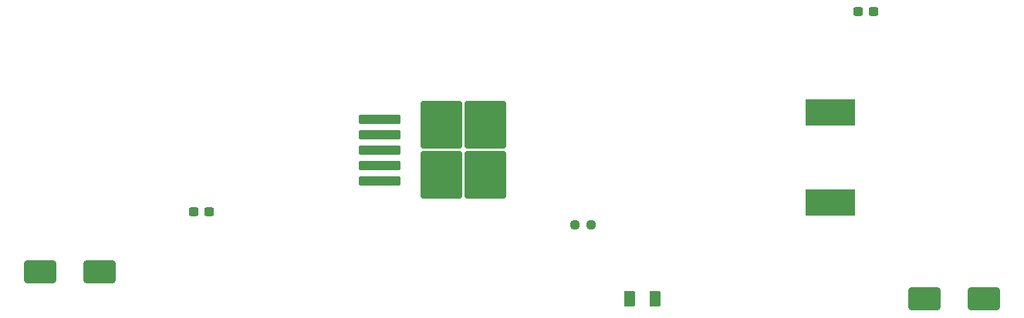
<source format=gbr>
%TF.GenerationSoftware,KiCad,Pcbnew,9.0.3*%
%TF.CreationDate,2025-07-20T02:49:58+05:30*%
%TF.ProjectId,BUCK CONVERTER FINAL,4255434b-2043-44f4-9e56-455254455220,rev?*%
%TF.SameCoordinates,Original*%
%TF.FileFunction,Paste,Top*%
%TF.FilePolarity,Positive*%
%FSLAX46Y46*%
G04 Gerber Fmt 4.6, Leading zero omitted, Abs format (unit mm)*
G04 Created by KiCad (PCBNEW 9.0.3) date 2025-07-20 02:49:58*
%MOMM*%
%LPD*%
G01*
G04 APERTURE LIST*
G04 Aperture macros list*
%AMRoundRect*
0 Rectangle with rounded corners*
0 $1 Rounding radius*
0 $2 $3 $4 $5 $6 $7 $8 $9 X,Y pos of 4 corners*
0 Add a 4 corners polygon primitive as box body*
4,1,4,$2,$3,$4,$5,$6,$7,$8,$9,$2,$3,0*
0 Add four circle primitives for the rounded corners*
1,1,$1+$1,$2,$3*
1,1,$1+$1,$4,$5*
1,1,$1+$1,$6,$7*
1,1,$1+$1,$8,$9*
0 Add four rect primitives between the rounded corners*
20,1,$1+$1,$2,$3,$4,$5,0*
20,1,$1+$1,$4,$5,$6,$7,0*
20,1,$1+$1,$6,$7,$8,$9,0*
20,1,$1+$1,$8,$9,$2,$3,0*%
G04 Aperture macros list end*
%ADD10R,5.400000X2.900000*%
%ADD11RoundRect,0.250000X-2.025000X-2.375000X2.025000X-2.375000X2.025000X2.375000X-2.025000X2.375000X0*%
%ADD12RoundRect,0.250000X-2.050000X-0.300000X2.050000X-0.300000X2.050000X0.300000X-2.050000X0.300000X0*%
%ADD13RoundRect,0.237500X-0.250000X-0.237500X0.250000X-0.237500X0.250000X0.237500X-0.250000X0.237500X0*%
%ADD14RoundRect,0.250000X-0.375000X-0.625000X0.375000X-0.625000X0.375000X0.625000X-0.375000X0.625000X0*%
%ADD15RoundRect,0.237500X-0.300000X-0.237500X0.300000X-0.237500X0.300000X0.237500X-0.300000X0.237500X0*%
%ADD16RoundRect,0.250000X-1.500000X-1.000000X1.500000X-1.000000X1.500000X1.000000X-1.500000X1.000000X0*%
G04 APERTURE END LIST*
D10*
%TO.C,L1*%
X174200000Y-84650000D03*
X174200000Y-94550000D03*
%TD*%
D11*
%TO.C,U1*%
X131525000Y-86025000D03*
X131525000Y-91575000D03*
X136375000Y-86025000D03*
X136375000Y-91575000D03*
D12*
X124800000Y-85400000D03*
X124800000Y-87100000D03*
X124800000Y-88800000D03*
X124800000Y-90500000D03*
X124800000Y-92200000D03*
%TD*%
D13*
%TO.C,R1*%
X146175000Y-97000000D03*
X148000000Y-97000000D03*
%TD*%
D14*
%TO.C,D1*%
X152200000Y-105200000D03*
X155000000Y-105200000D03*
%TD*%
D15*
%TO.C,C4*%
X177275000Y-73600000D03*
X179000000Y-73600000D03*
%TD*%
D16*
%TO.C,C3*%
X184550000Y-105200000D03*
X191050000Y-105200000D03*
%TD*%
%TO.C,C2*%
X87550000Y-102200000D03*
X94050000Y-102200000D03*
%TD*%
D15*
%TO.C,C1*%
X104337500Y-95600000D03*
X106062500Y-95600000D03*
%TD*%
M02*

</source>
